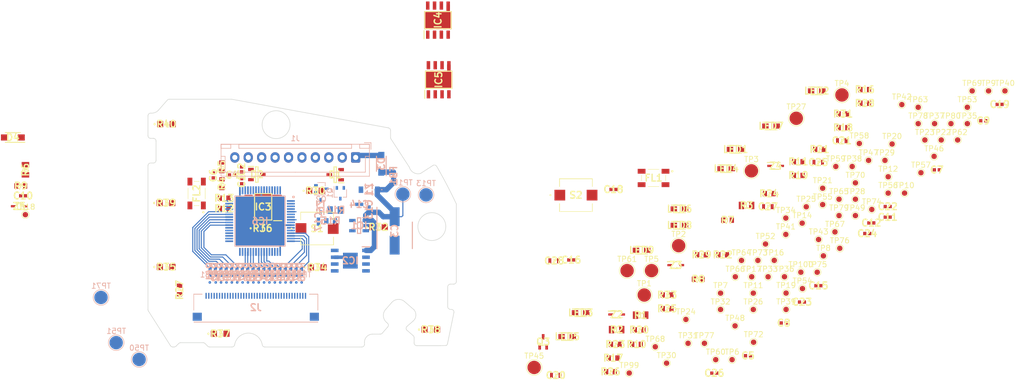
<source format=kicad_pcb>
(kicad_pcb (version 20211014) (generator pcbnew)
  (layers (0 "F.Cu" signal) (1 "In1.Cu" signal) (2 "In2.Cu" signal) (31 "B.Cu" signal) (34 "B.Paste" user) (35 "F.Paste" user) (36 "B.SilkS" user "B.Silkscreen") (37 "F.SilkS" user "F.Silkscreen") (38 "B.Mask" user) (39 "F.Mask" user) (44 "Edge.Cuts" user))
  (net 0 "")
  (net 1 "Net-(C11-Pad1)")
  (net 2 "Net-(C12-Pad2)")
  (net 3 "Net-(C1-Pad1)")
  (net 4 "Net-(C2-Pad2)")
  (net 5 "Net-(IC6-Pad45)")
  (net 6 "Net-(C20-Pad2)")
  (net 7 "Net-(IC6-Pad21)")
  (net 8 "Net-(IC6-Pad20)")
  (net 9 "+5V")
  (net 10 "+5VD")
  (net 11 "+BATT")
  (net 12 "Net-(D4-Pad1)")
  (net 13 "GND")
  (net 14 "Net-(J2-PadMP1)")
  (net 15 "Net-(IC6-Pad23)")
  (net 16 "Net-(IC6-Pad60)")
  (net 17 "Net-(IC6-Pad59)")
  (net 18 "Net-(IC6-Pad58)")
  (net 19 "Net-(C4-Pad1)")
  (net 20 "Net-(C7-Pad1)")
  (net 21 "Net-(C13-Pad2)")
  (net 22 "Net-(Q1-Pad3)")
  (net 23 "Net-(C10-Pad1)")
  (net 24 "Net-(IC3-Pad6)")
  (net 25 "Net-(IC3-Pad5)")
  (net 26 "Net-(IC3-Pad8)")
  (net 27 "Net-(IC3-Pad7)")
  (net 28 "Net-(C17-Pad1)")
  (net 29 "Net-(IC2-Pad4)")
  (net 30 "Net-(IC3-Pad3)")
  (net 31 "Net-(IC3-Pad2)")
  (net 32 "Net-(IC5-Pad1)")
  (net 33 "Net-(IC5-Pad2)")
  (net 34 "Net-(IC4-Pad4)")
  (net 35 "Net-(IC1-Pad4)")
  (net 36 "Net-(IC6-Pad6)")
  (net 37 "Net-(IC5-Pad4)")
  (net 38 "Net-(IC4-Pad2)")
  (net 39 "Net-(IC6-Pad7)")
  (net 40 "Net-(IC4-Pad3)")
  (net 41 "Net-(IC6-Pad19)")
  (net 42 "Net-(IC6-Pad2)")
  (net 43 "Net-(IC6-Pad3)")
  (net 44 "Net-(IC6-Pad4)")
  (net 45 "Net-(IC6-Pad9)")
  (net 46 "Net-(IC6-Pad12)")
  (net 47 "Net-(IC6-Pad18)")
  (net 48 "Net-(IC6-Pad64)")
  (net 49 "Net-(IC6-Pad63)")
  (net 50 "Net-(IC6-Pad62)")
  (net 51 "Net-(IC6-Pad55)")
  (net 52 "Net-(IC6-Pad54)")
  (net 53 "Net-(IC6-Pad53)")
  (net 54 "Net-(IC6-Pad52)")
  (net 55 "Net-(IC6-Pad61)")
  (net 56 "Net-(IC6-Pad51)")
  (net 57 "Net-(Q3-Pad1)")
  (net 58 "Net-(IC6-Pad32)")
  (net 59 "Net-(IC6-Pad38)")
  (net 60 "Net-(LED1-Pad1)")
  (net 61 "Net-(Q3-Pad3)")
  (net 62 "Net-(IC6-Pad37)")
  (net 63 "Net-(IC6-Pad36)")
  (net 64 "Net-(IC6-Pad31)")
  (net 65 "Net-(IC6-Pad35)")
  (net 66 "Net-(IC6-Pad46)")
  (net 67 "Net-(IC6-Pad34)")
  (net 68 "Net-(IC6-Pad33)")
  (net 69 "Net-(R31-Pad1)")
  (net 70 "Net-(LED2-Pad1)")
  (net 71 "Net-(LED3-Pad1)")
  (net 72 "Net-(LED4-Pad1)")
  (net 73 "Net-(LED5-Pad1)")
  (net 74 "Net-(LED6-Pad1)")
  (net 75 "Net-(LED7-Pad1)")
  (net 76 "Net-(LED8-Pad1)")
  (net 77 "Net-(IC6-Pad43)")
  (net 78 "Net-(IC6-Pad41)")
  (net 79 "Net-(IC6-Pad39)")
  (net 80 "Net-(IC6-Pad29)")
  (net 81 "Net-(IC6-Pad27)")
  (net 82 "Net-(IC6-Pad24)")
  (net 83 "Net-(IC6-Pad22)")
  (net 84 "Net-(IC6-Pad15)")
  (net 85 "Net-(IC6-Pad13)")
  (net 86 "Net-(IC6-Pad44)")
  (net 87 "Net-(IC6-Pad42)")
  (net 88 "Net-(IC6-Pad40)")
  (net 89 "Net-(IC6-Pad30)")
  (net 90 "Net-(IC6-Pad28)")
  (net 91 "Net-(IC6-Pad25)")
  (net 92 "Net-(IC6-Pad16)")
  (net 93 "Net-(IC6-Pad14)")
  (net 94 "Net-(LED9-Pad1)")
  (net 95 "Net-(J2-Pad34)")
  (net 96 "Net-(J2-Pad30)")
  (net 97 "Net-(J2-Pad26)")
  (net 98 "Net-(J2-Pad22)")
  (net 99 "Net-(J2-Pad18)")
  (net 100 "Net-(J2-Pad14)")
  (net 101 "Net-(J2-Pad10)")
  (net 102 "Net-(J2-Pad6)")
  (net 103 "Net-(J2-Pad2)")
  (net 104 "Net-(J2-Pad36)")
  (net 105 "Net-(J2-Pad32)")
  (net 106 "Net-(J2-Pad28)")
  (net 107 "Net-(J2-Pad24)")
  (net 108 "Net-(J2-Pad20)")
  (net 109 "Net-(J2-Pad16)")
  (net 110 "Net-(J2-Pad12)")
  (net 111 "Net-(J2-Pad8)")
  (net 112 "Net-(J2-Pad4)")
  (net 113 "Net-(J2-PadMP2)")
  (net 114 "Net-(Q1-Pad1)")
  (net 115 "Net-(D3-Pad2)")
  (net 116 "Net-(D4-Pad2)")
  (net 119 "Net-(C19-Pad1)")
  (net 120 "Net-(C15-Pad1)")
  (net 121 "Net-(IC4-Pad1)")
  (net 122 "Net-(D3-Pad1)")
  (net 125 "Net-(C8-Pad2)")
  (net 126 "Net-(J1-Pad7)")
  (net 127 "Net-(J1-Pad5)")
  (net 128 "Net-(J1-Pad6)")
  (footprint "SamacSys_Parts:CAPC1005X55N" (layer "F.Cu") (at 224.28 132.21)
    (fp_text reference "C26")
    (fp_text value "GCM155R71H104KE02D" hide)
  )
  (footprint "SamacSys_Parts:SODFL3918X140N" (layer "F.Cu") (at 93.69 88.28 180)
    (fp_text reference "D4")
    (fp_text value "M1F60-6063" hide)
  )
  (footprint "TestPoint:TestPoint_Pad_D1.0mm" (layer "F.Cu") (at 271.4 85.7)
    (fp_text reference "TP35")
    (fp_text value "TestPoint")
  )
  (footprint "TestPoint:TestPoint_Pad_D2.5mm" (layer "F.Cu") (at 208.05 113.1)
    (fp_text reference "TP61")
    (fp_text value "TestPoint")
  )
  (footprint "TestPoint:TestPoint_Pad_D1.0mm" (layer "F.Cu") (at 213.3 127.3)
    (fp_text reference "TP68")
    (fp_text value "TestPoint")
  )
  (footprint "SamacSys_Parts:CAPC1005X55N" (layer "F.Cu") (at 136.27 94.23 90)
    (fp_text reference "C2")
    (fp_text value "GCM155R71H104KE02D" hide)
  )
  (footprint "SamacSys_Parts:RESC1608X55N" (layer "F.Cu") (at 210.3 124.15)
    (fp_text reference "R20")
    (fp_text value "RMC16K102FTP" hide)
  )
  (footprint "TestPoint:TestPoint_Pad_D1.0mm" (layer "F.Cu") (at 250.56 102.84)
    (fp_text reference "TP49")
    (fp_text value "TestPoint")
  )
  (footprint "SamacSys_Parts:RESC1608X55N" (layer "F.Cu") (at 215.5 120.2)
    (fp_text reference "R25")
    (fp_text value "RMC16K270FTP" hide)
  )
  (footprint "TestPoint:TestPoint_Pad_D1.0mm" (layer "F.Cu") (at 266.54 88.75)
    (fp_text reference "TP22")
    (fp_text value "TestPoint")
  )
  (footprint "SamacSys_Parts:CAPC1005X55N" (layer "F.Cu") (at 240.61 118.96)
    (fp_text reference "C23")
    (fp_text value "GCM155R71H104KE02D" hide)
  )
  (footprint "SamacSys_Parts:SSM3K7002CFULF" (layer "F.Cu") (at 192.425 126.375)
    (fp_text reference "Q3")
    (fp_text value "SSM3K7002KFU,LF" hide)
  )
  (footprint "SamacSys_Parts:CAPC1005X55N" (layer "F.Cu") (at 136.28 96.43 90)
    (fp_text reference "C1")
    (fp_text value "GCM155R71H104KE02D" hide)
  )
  (footprint "TestPoint:TestPoint_Pad_D1.0mm" (layer "F.Cu") (at 262.76 94.85)
    (fp_text reference "TP57")
    (fp_text value "TestPoint")
  )
  (footprint "TestPoint:TestPoint_Pad_D1.0mm" (layer "F.Cu") (at 257.39 89.5)
    (fp_text reference "TP20")
    (fp_text value "TestPoint")
  )
  (footprint "TestPoint:TestPoint_Pad_D1.0mm" (layer "F.Cu") (at 228.15 123.4)
    (fp_text reference "TP48")
    (fp_text value "TestPoint")
  )
  (footprint "SamacSys_Parts:RESC2012X65N" (layer "F.Cu") (at 96.03 94.3 -90)
    (fp_text reference "R6")
    (fp_text value "RMC1/10K683FTP83" hide)
  )
  (footprint "SamacSys_Parts:RESC2012X65N" (layer "F.Cu") (at 206.1 124.1)
    (fp_text reference "R2")
    (fp_text value "RMC1/10K683FTP83" hide)
  )
  (footprint "TestPoint:TestPoint_Pad_D1.0mm" (layer "F.Cu") (at 265.21 91.8)
    (fp_text reference "TP46")
    (fp_text value "TestPoint")
  )
  (footprint "SamacSys_Parts:LEDM2214X140N" (layer "F.Cu") (at 199.4 120.95)
    (fp_text reference "LED3")
    (fp_text value "VLMR233T2V2-GS08" hide)
  )
  (footprint "SamacSys_Parts:RESC1608X55N" (layer "F.Cu") (at 225.85 110.15)
    (fp_text reference "R22")
    (fp_text value "RMC16K270FTP" hide)
  )
  (footprint "SamacSys_Parts:ERJ6ENF1000V" (layer "F.Cu") (at 122.285 85.79)
    (fp_text reference "R40")
    (fp_text value "ERJ-6ENF1502V" hide)
  )
  (footprint "TestPoint:TestPoint_Pad_D1.0mm" (layer "F.Cu") (at 237.35 114.24)
    (fp_text reference "TP36")
    (fp_text value "TestPoint")
  )
  (footprint "TestPoint:TestPoint_Pad_D1.0mm" (layer "F.Cu") (at 233.82 108.14)
    (fp_text reference "TP52")
    (fp_text value "TestPoint")
  )
  (footprint "SamacSys_Parts:CAPC1005X55N" (layer "F.Cu") (at 243.66 115.91)
    (fp_text reference "C15")
    (fp_text value "GCM155R71H104KE02D" hide)
  )
  (footprint "SamacSys_Parts:CAPC1005X55N" (layer "F.Cu") (at 274.36 85.16)
    (fp_text reference "C9")
    (fp_text value "GCM155R71H104KE02D" hide)
  )
  (footprint "SamacSys_Parts:SOIC127P600X175-8N" (layer "F.Cu") (at 172.835 66.4 90)
    (fp_text reference "IC4")
    (fp_text value "SN65LBC176QDRG4Q1" hide)
  )
  (footprint "TestPoint:TestPoint_Pad_D1.0mm" (layer "F.Cu") (at 272.3 79.6)
    (fp_text reference "TP69")
    (fp_text value "TestPoint")
  )
  (footprint "TestPoint:TestPoint_Pad_D1.0mm" (layer "F.Cu") (at 240.7 116.45)
    (fp_text reference "TP54")
    (fp_text value "TestPoint")
  )
  (footprint "SamacSys_Parts:SOIC127P600X175-8N" (layer "F.Cu") (at 172.965 77.52 90)
    (fp_text reference "IC5")
    (fp_text value "SN65LBC176QDRG4Q1" hide)
  )
  (footprint "SamacSys_Parts:LEDM2214X140N" (layer "F.Cu") (at 210.75 109.3)
    (fp_text reference "LED9")
    (fp_text value "VLMR233T2V2-GS08" hide)
  )
  (footprint "TestPoint:TestPoint_Pad_D1.0mm" (layer "F.Cu") (at 243.45 113.4)
    (fp_text reference "TP75")
    (fp_text value "TestPoint")
  )
  (footprint "SamacSys_Parts:RESC1608X55N" (layer "F.Cu") (at 205.85 126.85)
    (fp_text reference "R23")
    (fp_text value "RMC16K270FTP" hide)
  )
  (footprint "SamacSys_Parts:LEDM2214X140N" (layer "F.Cu") (at 243.35 79.6)
    (fp_text reference "LED2")
    (fp_text value "VLMR233T2V2-GS08" hide)
  )
  (footprint "SamacSys_Parts:RESC1608X55N" (layer "F.Cu") (at 248.25 83.9)
    (fp_text reference "R31")
    (fp_text value "RMC1/16SK103FTH43" hide)
  )
  (footprint "SamacSys_Parts:CAPC1608X90N" (layer "F.Cu") (at 243.64 92.92)
    (fp_text reference "C25")
    (fp_text value "CGA3E2X5R1A105M080AA" hide)
  )
  (footprint "SamacSys_Parts:RESC1608X55N" (layer "F.Cu") (at 252.3 79.35)
    (fp_text reference "R16")
    (fp_text value "RMC16K270FTP" hide)
  )
  (footprint "TestPoint:TestPoint_Pad_D1.0mm" (layer "F.Cu") (at 269.59 88.75)
    (fp_text reference "TP62")
    (fp_text value "TestPoint")
  )
  (footprint "TestPoint:TestPoint_Pad_D1.0mm" (layer "F.Cu") (at 228.2 114.25)
    (fp_text reference "TP66")
    (fp_text value "TestPoint")
  )
  (footprint "TestPoint:TestPoint_Pad_D1.0mm" (layer "F.Cu") (at 224.55 129.7)
    (fp_text reference "TP60")
    (fp_text value "TestPoint")
  )
  (footprint "TestPoint:TestPoint_Pad_D1.0mm" (layer "F.Cu") (at 225.45 117.3)
    (fp_text reference "TP7")
    (fp_text value "TestPoint")
  )
  (footprint "TestPoint:TestPoint_Pad_D1.0mm" (layer "F.Cu") (at 96.02 102.67)
    (fp_text reference "TP18")
    (fp_text value "TestPoint")
  )
  (footprint "TestPoint:TestPoint_Pad_D1.0mm" (layer "F.Cu") (at 244.6 110.35)
    (fp_text reference "TP8")
    (fp_text value "TestPoint")
  )
  (footprint "SamacSys_Parts:RESC1608X55N" (layer "F.Cu") (at 221.3 114.7)
    (fp_text reference "R8")
    (fp_text value "RMC1/16SK60R4FTH" hide)
  )
  (footprint "TestPoint:TestPoint_Pad_D1.0mm" (layer "F.Cu") (at 278.4 79.6)
    (fp_text reference "TP40")
    (fp_text value "TestPoint")
  )
  (footprint "SamacSys_Parts:CAPC1005X55N" (layer "F.Cu") (at 197.65 111.11)
    (fp_text reference "C16")
    (fp_text value "GCM155R71H104KE02D" hide)
  )
  (footprint "SamacSys_Parts:ERJ6ENF1000V" (layer "F.Cu") (at 171.505 124.09)
    (fp_text reference "R38")
    (fp_text value "ERJ-6ENF1502V" hide)
  )
  (footprint "SamacSys_Parts:RESC1608X55N" (layer "F.Cu") (at 133.03 99.6)
    (fp_text reference "R13")
    (fp_text value "RMC16K270FTP" hide)
  )
  (footprint "SamacSys_Parts:DLW43SH110XK2K" (layer "F.Cu") (at 127.905 98.725 -90)
    (fp_text reference "FL2")
    (fp_text value "DLW43SH510XK2L" hide)
  )
  (footprint "SamacSys_Parts:SOT95P230X110-3N" (layer "F.Cu") (at 139.115 95.19)
    (fp_text reference "D2")
    (fp_text value "PESD5V0L2BT,215" hide)
  )
  (footprint "TestPoint:TestPoint_Pad_D1.0mm" (layer "F.Cu") (at 227.6 129.7)
    (fp_text reference "TP6")
    (fp_text value "TestPoint")
  )
  (footprint "SamacSys_Parts:CAPC1608X90N" (layer "F.Cu") (at 194.77 132.62)
    (fp_text reference "C20")
    (fp_text value "CL10B104JB8NNNC" hide)
  )
  (footprint "SamacSys_Parts:RESC1608X55N" (layer "F.Cu") (at 205.45 129.4)
    (fp_text reference "R17")
    (fp_text value "RMC16K270FTP" hide)
  )
  (footprint "SamacSys_Parts:RESC1608X55N" (layer "F.Cu") (at 221.9 110.15)
    (fp_text reference "R29")
    (fp_text value "RMC1/16SK103FTH43" hide)
  )
  (footprint "TestPoint:TestPoint_Pad_D1.0mm" (layer "F.Cu") (at 265.3 85.7)
    (fp_text reference "TP37")
    (fp_text value "TestPoint")
  )
  (footprint "SamacSys_Parts:LEDM2214X140N" (layer "F.Cu") (at 217.8 104.65)
    (fp_text reference "LED8")
    (fp_text value "VLMR233T2V2-GS08" hide)
  )
  (footprint "SamacSys_Parts:CAPC1005X55N" (layer "F.Cu") (at 277.41 82.11)
    (fp_text reference "C19")
    (fp_text value "GCM155L81E103KA37D" hide)
  )
  (footprint "TestPoint:TestPoint_Pad_D1.0mm" (layer "F.Cu") (at 247.51 102.84)
    (fp_text reference "TP79")
    (fp_text value "TestPoint")
  )
  (footprint "TestPoint:TestPoint_Pad_D1.0mm" (layer "F.Cu") (at 275.35 79.6)
    (fp_text reference "TP9")
    (fp_text value "TestPoint")
  )
  (footprint "TestPoint:TestPoint_Pad_D1.0mm" (layer "F.Cu") (at 219 122.2)
    (fp_text reference "TP24")
    (fp_text value "TestPoint")
  )
  (footprint "SamacSys_Parts:ERJ6ENF1000V" (layer "F.Cu") (at 161.755 105)
    (fp_text reference "R32")
    (fp_text value "ERJ-6ENF1502V" hide)
  )
  (footprint "TestPoint:TestPoint_Pad_D1.0mm" (layer "F.Cu") (at 234.3 114.25)
    (fp_text reference "TP33")
    (fp_text value "TestPoint")
  )
  (footprint "SamacSys_Parts:CAPC1608X90N" (layer "F.Cu") (at 234.26 101.17)
    (fp_text reference "C27")
    (fp_text value "CGA3E2X5R1A105M080AA" hide)
  )
  (footprint "TestPoint:TestPoint_Pad_D1.0mm" (layer "F.Cu") (at 262.25 82.65)
    (fp_text reference "TP63")
    (fp_text value "TestPoint")
  )
  (footprint "TestPoint:TestPoint_Pad_D1.0mm" (layer "F.Cu") (at 262.25 85.7)
    (fp_text reference "TP78")
    (fp_text value "TestPoint")
  )
  (footprint "SamacSys_Parts:LEDM2214X140N" (layer "F.Cu") (at 226.5 94.1)
    (fp_text reference "LED4")
    (fp_text value "VLMR233T2V2-GS08" hide)
  )
  (footprint "SamacSys_Parts:SODFL2512X90N" (layer "F.Cu") (at 94.88 101.095 180)
    (fp_text reference "Z5")
    (fp_text value "UDZVFHTE5.6B" hide)
  )
  (footprint "TestPoint:TestPoint_Pad_D1.0mm" (layer "F.Cu") (at 253.61 101.7)
    (fp_text reference "TP74")
    (fp_text value "TestPoint")
  )
  (footprint "TestPoint:TestPoint_Pad_D2.5mm" (layer "F.Cu") (at 190.75 131.15)
    (fp_text reference "TP45")
    (fp_text value "TestPoint")
  )
  (footprint "TestPoint:TestPoint_Pad_D2.5mm" (layer "F.Cu") (at 211.25 117.65)
    (fp_text reference "TP1")
    (fp_text value "TestPoint")
  )
  (footprint "TestPoint:TestPoint_Pad_D1.0mm" (layer "F.Cu") (at 243.7 107.3)
    (fp_text reference "TP43")
    (fp_text value "TestPoint")
  )
  (footprint "TestPoint:TestPoint_Pad_D1.0mm" (layer "F.Cu") (at 235.45 111.19)
    (fp_text reference "TP16")
    (fp_text value "TestPoint")
  )
  (footprint "TestPoint:TestPoint_Pad_D1.0mm" (layer "F.Cu") (at 231.25 114.25)
    (fp_text reference "TP17")
    (fp_text value "TestPoint")
  )
  (footprint "SamacSys_Parts:RESC1608X55N" (layer "F.Cu") (at 215.5 117.65)
    (fp_text reference "R33")
    (fp_text value "RMC1/16SK103FTH43" hide)
  )
  (footprint "SamacSys_Parts:CAPC1005X55N" (layer "F.Cu") (at 237.21 122.86)
    (fp_text reference "C8")
    (fp_text value "GCM155R71H104KE02D" hide)
  )
  (footprint "SamacSys_Parts:SODFL2512X90N" (layer "F.Cu") (at 206.11 121.275)
    (fp_text reference "Z2")
    (fp_text value "UDZVFHTE5.6B" hide)
  )
  (footprint "TestPoint:TestPoint_Pad_D1.0mm" (layer "F.Cu") (at 219.4 126.65)
    (fp_text reference "TP31")
    (fp_text value "TestPoint")
  )
  (footprint "TestPoint:TestPoint_Pad_D1.0mm" (layer "F.Cu") (at 271.4 82.65)
    (fp_text reference "TP53")
    (fp_text value "TestPoint")
  )
  (footprint "TestPoint:TestPoint_Pad_D1.0mm" (layer "F.Cu") (at 263.49 88.75)
    (fp_text reference "TP23")
    (fp_text value "TestPoint")
  )
  (footprint "SamacSys_Parts:CAPC1608X90N" (layer "F.Cu") (at 194.47 111.27)
    (fp_text reference "C28")
    (fp_text value "CGA3E2X5R1A105M080AA" hide)
  )
  (footprint "SamacSys_Parts:CAPC1005X55N" (layer "F.Cu") (at 95.59 99.15 180)
    (fp_text reference "C10")
    (fp_text value "GRM155R71C104KA88D" hide)
  )
  (footprint "TestPoint:TestPoint_Pad_D1.0mm" (layer "F.Cu") (at 250.56 99.79)
    (fp_text reference "TP28")
    (fp_text value "TestPoint")
  )
  (footprint "SamacSys_Parts:SOT95P230X110-3N" (layer "F.Cu") (at 153.705 95.22 180)
    (fp_text reference "D1")
    (fp_text value "PESD5V0L2BT,215" hide)
  )
  (footprint "TestPoint:TestPoint_Pad_D1.0mm" (layer "F.Cu") (at 237.6 103.3)
    (fp_text reference "TP34")
    (fp_text value "TestPoint")
  )
  (footprint "TestPoint:TestPoint_Pad_D1.0mm" (layer "F.Cu") (at 225.45 120.35)
    (fp_text reference "TP32")
    (fp_text value "TestPoint")
  )
  (footprint "SamacSys_Parts:RESC2012X65N" (layer "F.Cu") (at 230.29 100.95)
    (fp_text reference "R3")
    (fp_text value "RMC1/10K683FTP83" hide)
  )
  (footprint "SamacSys_Parts:RESC1608X55N" (layer "F.Cu") (at 133.05 101.52)
    (fp_text reference "R12")
    (fp_text value "RMC16K270FTP" hide)
  )
  (footprint "SamacSys_Parts:ERJ6ENF1000V" (layer "F.Cu") (at 140.165 105.21)
    (fp_text reference "R36")
    (fp_text value "ERJ-6ENF1502V" hide)
  )
  (footprint "TestPoint:TestPoint_Pad_D1.0mm" (layer "F.Cu") (at 251.29 89.4)
    (fp_text reference "TP58")
    (fp_text value "TestPoint")
  )
  (footprint "TestPoint:TestPoint_Pad_D1.0mm" (layer "F.Cu") (at 247.51 99.79)
    (fp_text reference "TP65")
    (fp_text value "TestPoint")
  )
  (footprint "TestPoint:TestPoint_Pad_D1.0mm" (layer "F.Cu") (at 237.6 106.35)
    (fp_text reference "TP41")
    (fp_text value "TestPoint")
  )
  (footprint "SamacSys_Parts:LEDM2214X140N" (layer "F.Cu") (at 228.25 90.5)
    (fp_text reference "LED1")
    (fp_text value "VLMR233T2V2-GS08" hide)
  )
  (footprint "TestPoint:TestPoint_Pad_D1.0mm" (layer "F.Cu") (at 256.06 92.55)
    (fp_text reference "TP29")
    (fp_text value "TestPoint")
  )
  (footprint "SamacSys_Parts:ERJ6ENF1000V" (layer "F.Cu") (at 122.195 100.5)
    (fp_text reference "R39")
    (fp_text value "ERJ-6ENF1502V" hide)
  )
  (footprint "SamacSys_Parts:SODFL2512X90N" (layer "F.Cu") (at 235.71 93.575)
    (fp_text reference "Z4")
    (fp_text value "UDZVFHTE5.6B" hide)
  )
  (footprint "TestPoint:TestPoint_Pad_D1.0mm" (layer "F.Cu") (at 237.65 120.34)
    (fp_text reference "TP39")
    (fp_text value "TestPoint")
  )
  (footprint "SamacSys_Parts:SKTRAEE010" (layer "F.Cu") (at 198.525 99.025)
    (fp_text reference "S2")
    (fp_text value "SKTRAEE010" hide)
  )
  (footprint "SamacSys_Parts:LEDM2214X140N" (layer "F.Cu") (at 234.85 86.15)
    (fp_text reference "LED7")
    (fp_text value "VLMR233T2V2-GS08" hide)
  )
  (footprint "SamacSys_Parts:LEDM2214X140N" (layer "F.Cu") (at 196.9 125.4)
    (fp_text reference "LED5")
    (fp_text value "VLMR233T2V2-GS08" hide)
  )
  (footprint "TestPoint:TestPoint_Pad_D1.0mm" (layer "F.Cu") (at 208.45 132.2)
    (fp_text reference "TP99")
    (fp_text value "TestPoint")
  )
  (footprint "TestPoint:TestPoint_Pad_D1.0mm" (layer "F.Cu") (at 215.4 130.35)
    (fp_text reference "TP30")
    (fp_text value "TestPoint")
  )
  (footprint "TestPoint:TestPoint_Pad_D1.0mm" (layer "F.Cu") (at 244.46 97.74)
    (fp_text reference "TP21")
    (fp_text value "TestPoint")
  )
  (footprint "SamacSys_Parts:CAPC1005X55N" (layer "F.Cu") (at 230.56 128.96)
    (fp_text reference "C5")
    (fp_text value "GCM155R71H104KE02D" hide)
  )
  (footprint "SamacSys_Parts:RESC1608X55N" (layer "F.Cu") (at 248.25 86.45)
    (fp_text reference "R18")
    (fp_text value "RMC16K270FTP" hide)
  )
  (footprint "SamacSys_Parts:RESC1608X55N" (layer "F.Cu") (at 204.95 131.95)
    (fp_text reference "R26")
    (fp_text value "RMC16K270FTP" hide)
  )
  (footprint "TestPoint:TestPoint_Pad_D1.0mm" (layer "F.Cu") (at 231.55 120.35)
    (fp_text reference "TP26")
    (fp_text value "TestPoint")
  )
  (footprint "SamacSys_Parts:SOIC127P600X175-8N" (layer "F.Cu") (at 140.285 101.21 180)
    (fp_text reference "IC3")
    (fp_text value "SN65LBC179AD" hide)
  )
  (footprint "SamacSys_Parts:CAPC1005X55N" (layer "F.Cu") (at 253.52 104.21)
    (fp_text reference "C12")
    (fp_text value "GCM155R71H104KE02D" hide)
  )
  (footprint "SamacSys_Parts:RESC1608X55N" (layer "F.Cu") (at 243.87 90.5)
    (fp_text reference "R21")
    (fp_text value "RMC16K270FTP" hide)
  )
  (footprint "SamacSys_Parts:CAPC1005X55N" (layer "F.Cu") (at 205.51 97.96)
    (fp_text reference "C18")
    (fp_text value "GCM155R71H104KE02D" hide)
  )
  (footprint "TestPoint:TestPoint_Pad_D1.0mm" (layer "F.Cu") (at 246.91 93.69)
    (fp_text reference "TP59")
    (fp_text value "TestPoint")
  )
  (footprint "SamacSys_Parts:CAPC1005X55N" (layer "F.Cu") (at 265.72 94.31)
    (fp_text reference "C7")
    (fp_text value "GCM155R71H104KE02D" hide)
  )
  (footprint "SamacSys_Parts:CAPC1005X55N" (layer "F.Cu") (at 134.49 95.27)
    (fp_text reference "C4")
    (fp_text value "GCM155R71H104KE02D" hide)
  )
  (footprint "SamacSys_Parts:CAPC1005X55N" (layer "F.Cu") (at 252.76 106.18)
    (fp_text reference "C24")
    (fp_text value "GCM155R71H104KE02D" hide)
  )
  (footprint "TestPoint:TestPoint_Pad_D2.5mm" (layer "F.Cu") (at 248.05 80.35)
    (fp_text reference "TP4")
    (fp_text value "TestPoint")
  )
  (footprint "TestPoint:TestPoint_Pad_D2.5mm" (layer "F.Cu") (at 231.2 94.5)
    (fp_text reference "TP3")
    (fp_text value "TestPoint")
  )
  (footprint "TestPoint:TestPoint_Pad_D1.0mm" (layer "F.Cu") (at 222.45 126.65)
    (fp_text reference "TP77")
    (fp_text value "TestPoint")
  )
  (footprint "SamacSys_Parts:RESC1608X55N" (layer "F.Cu") (at 226.75 103.7)
    (fp_text reference "R7")
    (fp_text value "RMC1/16SK60R4FTH" hide)
  )
  (footprint "TestPoint:TestPoint_Pad_D1.0mm" (layer "F.Cu") (at 232.4 111.2)
    (fp_text reference "TP73")
    (fp_text value "TestPoint")
  )
  (footprint "SamacSys_Parts:RESC2012X65N" (layer "F.Cu") (at 210.57 121.4)
    (fp_text reference "R1")
    (fp_text value "RMC1/10K683FTP83" hide)
  )
  (footprint "TestPoint:TestPoint_Pad_D1.0mm" (layer "F.Cu") (at 247.65 108.94)
    (fp_text reference "TP76")
    (fp_text value "TestPoint")
  )
  (footprint "SamacSys_Parts:CAPC1005X55N" (layer "F.Cu") (at 256.57 103.13)
    (fp_text reference "C11")
    (fp_text value "GCM155R71H104KE02D" hide)
  )
  (footprint "TestPoint:TestPoint_Pad_D1.0mm" (layer "F.Cu") (at 256.66 98.65)
    (fp_text reference "TP56")
    (fp_text value "TestPoint")
  )
  (footprint "SamacSys_Parts:ERJ6ENF1000V" (layer "F.Cu") (at 122.235 112.43)
    (fp_text reference "R35")
    (fp_text value "ERJ-6ENF1502V" hide)
  )
  (footprint "TestPoint:TestPoint_Pad_D1.0mm" (layer "F.Cu") (at 249.96 93.69)
    (fp_text reference "TP38")
    (fp_text value "TestPoint")
  )
  (footprint "SamacSys_Parts:CAPC1005X55N" (layer "F.Cu") (at 131 95.35 90)
    (fp_text reference "C6")
    (fp_text value "GCM155R71H104KE02D" hide)
  )
  (footprint "SamacSys_Parts:ERJ6ENF1000V" (layer "F.Cu") (at 150.355 112.5)
    (fp_text reference "R34")
    (fp_text value "ERJ-6ENF1502V" hide)
  )
  (footprint "SamacSys_Parts:RESC1608X55N" (layer "F.Cu") (at 234.51 98.75)
    (fp_text reference "R24")
    (fp_text value "RMC16K270FTP" hide)
  )
  (footprint "TestPoint:TestPoint_Pad_D2.5mm" (layer "F.Cu") (at 217.65 108.45)
    (fp_text reference "TP2")
    (fp_text value "TestPoint")
  )
  (footprint "SamacSys_Parts:RESC1608X55N" (layer "F.Cu") (at 252.3 81.9)
    (fp_text reference "R28")
    (fp_text value "RMC1/16SK103FTH43" hide)
  )
  (footprint "SamacSys_Parts:RESC1608X55N" (layer "F.Cu") (at 239.92 95.35)
    (fp_text reference "R19")
    (fp_text value "RMC16K270FTP" hide)
  )
  (footprint "SamacSys_Parts:LEDM2214X140N" (layer "F.Cu") (at 217.8 101.6)
    (fp_text reference "LED6")
    (fp_text value "VLMR233T2V2-GS08" hide)
  )
  (footprint "TestPoint:TestPoint_Pad_D1.0mm" (layer "F.Cu") (at 229.35 111.2)
    (fp_text reference "TP64")
    (fp_text value "TestPoint")
  )
  (footprint "SamacSys_Parts:RESC1608X55N" (layer "F.Cu") (at 132.61 96.9 90)
    (fp_text reference "R4")
    (fp_text value "RMC1/16SK60R4FTH" hide)
  )
  (footprint "TestPoint:TestPoint_Pad_D1.0mm" (layer "F.Cu") (at 259.71 98.65)
    (fp_text reference "TP10")
    (fp_text value "TestPoint")
  )
  (footprint "SamacSys_Parts:ERJ6ENF1000V" (layer "F.Cu") (at 150.035 98.21)
    (fp_text reference "R30")
    (fp_text value "ERJ-6ENF1502V" hide)
  )
  (footprint "SamacSys_Parts:DLW43SH110XK2K" (layer "F.Cu") (at 212.975 95.825)
    (fp_text reference "FL1")
    (fp_text value "DLW43SH510XK2L" hide)
  )
  (footprint "TestPoint:TestPoint_Pad_D1.0mm" (layer "F.Cu") (at 253.01 92.55)
    (fp_text reference "TP47")
    (fp_text value "TestPoint")
  )
  (footprint "TestPoint:TestPoint_Pad_D1.0mm" (layer "F.Cu") (at 231.6 126.45)
    (fp_text reference "TP72")
    (fp_text value "TestPoint")
  )
  (footprint "SamacSys_Parts:RESC1608X55N" (layer "F.Cu") (at 239.92 92.8)
    (fp_text reference "R11")
    (fp_text value "RMC16K270FTP" hide)
  )
  (footprint "SamacSys_Parts:RESC1608X55N" (layer "F.Cu") (at 124.73 116.71 -90)
    (fp_text reference "R27")
    (fp_text value "RMC16K270FTP" hide)
  )
  (footprint "TestPoint:TestPoint_Pad_D1.0mm" (layer "F.Cu") (at 268.35 85.7)
    (fp_text reference "TP80")
    (fp_text value "TestPoint")
  )
  (footprint "TestPoint:TestPoint_Pad_D2.5mm" (layer "F.Cu") (at 212.6 113.1)
    (fp_text reference "TP5")
    (fp_text value "TestPoint")
  )
  (footprint "SamacSys_Parts:RESC1608X55N" (layer "F.Cu") (at 132.6 93.74 90)
    (fp_text reference "R5")
    (fp_text value "RMC1/16SK60R4FTH" hide)
  )
  (footprint "TestPoint:TestPoint_Pad_D1.0mm" (layer "F.Cu") (at 237.65 117.29)
    (fp_text reference "TP19")
    (fp_text value "TestPoint")
  )
  (footprint "TestPoint:TestPoint_Pad_D1.0mm" (layer "F.Cu") (at 250.56 96.74)
    (fp_text reference "TP70")
    (fp_text value "TestPoint")
  )
  (footprint "SamacSys_Parts:CAPC1608X90N" (layer "F.Cu") (at 248.02 88.87)
    (fp_text reference "C21")
    (fp_text value "CGA3E2X5R1A105M080AA" hide)
  )
  (footprint "TestPoint:TestPoint_Pad_D1.0mm" (layer "F.Cu") (at 244.46 100.79)
    (fp_text reference "TP55")
    (fp_text value "TestPoint")
  )
  (footprint "SamacSys_Parts:ERJ6ENF1000V" (layer "F.Cu") (at 132.295 124.87)
    (fp_text reference "R37")
    (fp_text value "ERJ-6ENF1502V" hide)
  )
  (footprint "SamacSys_Parts:SKTRAEE010" (layer "F.Cu") (at 150.335 105.255)
    (fp_text reference "S1")
    (fp_text value "SKTRAEE010" hide)
  )
  (footprint "TestPoint:TestPoint_Pad_D1.0mm" (layer "F.Cu") (at 246.75 105.89)
    (fp_text reference "TP67")
    (fp_text value "TestPoint")
  )
  (footprint "TestPoint:TestPoint_Pad_D1.0mm" (layer "F.Cu") (at 259.2 82.15)
    (fp_text reference "TP42")
    (fp_text value "TestPoint")
  )
  (footprint "TestPoint:TestPoint_Pad_D1.0mm" (layer "F.Cu") (at 240.65 104.25)
    (fp_text reference "TP14")
    (fp_text value "TestPoint")
  )
  (footprint "TestPoint:TestPoint_Pad_D1.0mm" (layer "F.Cu") (at 256.66 95.6)
    (fp_text reference "TP12")
    (fp_text value "TestPoint")
  )
  (footprint "SamacSys_Parts:RESC1608X55N" (layer "F.Cu") (at 209.8 126.85)
    (fp_text reference "R10")
    (fp_text value "RMC16K270FTP" hide)
  )
  (footprint "SamacSys_Parts:CAPC1005X55N" (layer "F.Cu") (at 256.57 101.16)
    (fp_text reference "C22")
    (fp_text value "GCM155R71H104KE02D" hide)
  )
  (footprint "TestPoint:TestPoint_Pad_D2.5mm" (layer "F.Cu") (at 239.55 84.7)
    (fp_text reference "TP27")
    (fp_text value "TestPoint")
  )
  (footprint "SamacSys_Parts:SODFL2512X90N" (layer "F.Cu") (at 217.11 112.075)
    (fp_text reference "Z3")
    (fp_text value "UDZVFHTE5.6B" hide)
  )
  (footprint "TestPoint:TestPoint_Pad_D1.0mm" (layer "F.Cu") (at 241.41 101.2)
    (fp_text reference "TP25")
    (fp_text value "TestPoint")
  )
  (footprint "SamacSys_Parts:RESC1608X55N" (layer "F.Cu") (at 95.16 97.32)
    (fp_text reference "R9")
    (fp_text value "RMC1/16SK103FTH43" hide)
  )
  (footprint "TestPoint:TestPoint_Pad_D1.0mm" (layer "F.Cu") (at 231.55 117.3)
    (fp_text reference "TP11")
    (fp_text value "TestPoint")
  )
  (footprint "TestPoint:TestPoint_Pad_D1.0mm" (layer "F.Cu") (at 240.4 113.4)
    (fp_text reference "TP100")
    (fp_text value "TestPoint")
  )
  (footprint "SamacSys_Parts:TestPoint_Pad_D0.5mm" (layer "B.Cu") (at 135.46 115.3 180)
    (fp_text reference "TP86")
    (fp_text value "TestPoint")
  )
  (footprint "SamacSys_Parts:RESC1005X40N" (layer "B.Cu") (at 135.415 113.35 -90)
    (fp_text reference "R46")
    (fp_text value "ERJ-2GEJ561X" hide)
  )
  (footprint "SamacSys_Parts:CAPC1005X55N" (layer "B.Cu") (at 160.009994 101.69 90)
    (fp_text reference "C13")
    (fp_text value "GCM155R71H104KE02D" hide)
  )
  (footprint "SamacSys_Parts:TestPoint_Pad_D0.5mm" (layer "B.Cu") (at 137.46 115.3 180)
    (fp_text reference "TP88")
    (fp_text value "TestPoint")
  )
  (footprint "SamacSys_Parts:KDZVTR36B" (layer "B.Cu") (at 160.024994 98.015 90)
    (fp_text reference "Z1")
    (fp_text value "KDZVTR36B" hide)
  )
  (footprint "SamacSys_Parts:RESC1005X40N" (layer "B.Cu") (at 134.415 113.35 -90)
    (fp_text reference "R45")
    (fp_text value "ERJ-2GEJ561X" hide)
  )
  (footprint "SamacSys_Parts:SODFL3918X140N" (layer "B.Cu") (at 162.289994 93.18 90)
    (fp_text reference "D3")
    (fp_text value "M1F60-6063" hide)
  )
  (footprint "TestPoint:TestPoint_Pad_D2.5mm" (layer "B.Cu") (at 117.2 129.66 180)
    (fp_text reference "TP50")
    (fp_text value "TestPoint")
  )
  (footprint "SamacSys_Parts:RESC1005X40N" (layer "B.Cu") (at 136.415 113.35 -90)
    (fp_text reference "R47")
    (fp_text value "ERJ-2GEJ561X" hide)
  )
  (footprint "SamacSys_Parts:TestPoint_Pad_D0.5mm" (layer "B.Cu") (at 147.46 115.3 180)
    (fp_text reference "TP97")
    (fp_text value "TestPoint")
  )
  (footprint "TestPoint:TestPoint_Pad_D2.5mm" (layer "B.Cu") (at 110.1 118.1 180)
    (fp_text reference "TP71")
    (fp_text value "TestPoint")
  )
  (footprint "SamacSys_Parts:RESC1005X40N" (layer "B.Cu") (at 144.415 113.35 -90)
    (fp_text reference "R55")
    (fp_text value "ERJ-2GEJ561X" hide)
  )
  (footprint "SamacSys_Parts:TestPoint_Pad_D0.5mm" (layer "B.Cu") (at 140.46 115.3 180)
    (fp_text reference "TP91")
    (fp_text value "TestPoint")
  )
  (footprint "SamacSys_Parts:SOIC127P620X160-9N" (layer "B.Cu") (at 156.525004 111.239996 180)
    (fp_text reference "IC2")
    (fp_text value "R5112S121B-E2-KE" hide)
  )
  (footprint "SamacSys_Parts:RESC1005X40N" (layer "B.Cu") (at 132.415 113.35 -90)
    (fp_text reference "R43")
    (fp_text value "ERJ-2GEJ561X" hide)
  )
  (footprint "SamacSys_Parts:TestPoint_Pad_D0.5mm" (layer "B.Cu") (at 143.46 115.3 180)
    (fp_text reference "TP94")
    (fp_text value "TestPoint")
  )
  (footprint "TestPoint:TestPoint_Pad_D2.5mm" (layer "B.Cu") (at 166.3 98.85 180)
    (fp_text reference "TP15")
    (fp_text value "TestPoint")
  )
  (footprint "SamacSys_Parts:TestPoint_Pad_D0.5mm" (layer "B.Cu") (at 131.46 115.3 180)
    (fp_text reference "TP82")
    (fp_text value "TestPoint")
  )
  (footprint "SamacSys_Parts:QFP50P1200X1200X160-64N" (layer "B.Cu") (at 139.71 103.87 180)
    (fp_text reference "IC6")
    (fp_text value "CY8C4146AZI-S455" hide)
  )
  (footprint "SamacSys_Parts:RESC1005X40N" (layer "B.Cu") (at 133.415 113.35 -90)
    (fp_text reference "R44")
    (fp_text value "ERJ-2GEJ561X" hide)
  )
  (footprint "SamacSys_Parts:SODFL2512X90N" (layer "B.Cu") (at 150.97 101.115 90)
    (fp_text reference "Z6")
    (fp_text value "UDZVFHTE5.6B" hide)
  )
  (footprint "Package_TO_SOT_SMD:SOT-323_SC-70" (layer "B.Cu") (at 154.66 98.68 -90)
    (fp_text reference "Q1")
    (fp_text value "BC807W")
  )
  (footprint "SamacSys_Parts:RESC2012X65N" (layer "B.Cu") (at 153.71 101.81 180)
    (fp_text reference "R14")
    (fp_text value "RMC1/10K683FTP83" hide)
  )
  (footprint "SamacSys_Parts:TestPoint_Pad_D0.5mm" (layer "B.Cu") (at 130.36 115.3 180)
    (fp_text reference "TP81")
    (fp_text value "TestPoint")
  )
  (footprint "SamacSys_Parts:BLM18EG121SH1D" (layer "B.Cu") (at 164.574994 95.38 -90)
    (fp_text reference "FB1")
    (fp_text value "BLM18KG601SZ1D" hide)
  )
  (footprint "SamacSys_Parts:TestPoint_Pad_D0.5mm" (layer "B.Cu") (at 139.46 115.3 180)
    (fp_text reference "TP90")
    (fp_text value "TestPoint")
  )
  (footprint "SamacSys_Parts:XF2M38151AR100" (layer "B.Cu") (at 138.919994 120.1 180)
    (fp_text reference "J2")
    (fp_text value "XF2M-3815-1A-R100" hide)
  )
  (footprint "SamacSys_Parts:TestPoint_Pad_D0.5mm" (layer "B.Cu") (at 142.46 115.3 180)
    (fp_text reference "TP93")
    (fp_text value "TestPoint")
  )
  (footprint "SamacSys_Parts:TestPoint_Pad_D0.5mm" (layer "B.Cu") (at 145.46 115.3 180)
    (fp_text reference "TP96")
    (fp_text value "TestPoint")
  )
  (footprint "TestPoint:TestPoint_Pad_D2.5mm" (layer "B.Cu") (at 112.93 126.53 180)
    (fp_text reference "TP51")
    (fp_text value "TestPoint")
  )
  (footprint "Package_TO_SOT_SMD:SOT-323_SC-70" (layer "B.Cu") (at 151.12 97.84)
    (fp_text reference "Q2")
    (fp_text value "BC848W")
  )
  (footprint "SamacSys_Parts:RESC1005X40N" (layer "B.Cu") (at 142.415 113.35 -90)
    (fp_text reference "R53")
    (fp_text value "ERJ-2GEJ561X" hide)
  )
  (footprint "SamacSys_Parts:RESC1005X40N" (layer "B.Cu") (at 145.415 113.35 -90)
    (fp_text reference "R56")
    (fp_text value "ERJ-2GEJ561X" hide)
  )
  (footprint "SamacSys_Parts:CAPC1005X55N" (layer "B.Cu") (at 150.58 103.96 -90)
    (fp_text reference "C17")
    (fp_text value "GRM155R71C104KA88D" hide)
  )
  (footprint "SamacSys_Parts:CAPC1005X55N" (layer "B.Cu") (at 158.18 100.74 180)
    (fp_text reference "C14")
    (fp_text value "GCM155R71H104KE02D" hide)
  )
  (footprint "SamacSys_Parts:SOT95P275X130-5N" (layer "B.Cu") (at 158.15 104.71 180)
    (fp_text reference "IC1")
    (fp_text value "S-19212D50A-M5T1U" hide)
  )
  (footprint "SamacSys_Parts:RESC1005X40N" (layer "B.Cu") (at 138.415 113.35 -90)
    (fp_text reference "R49")
    (fp_text value "ERJ-2GEJ561X" hide)
  )
  (footprint "SamacSys_Parts:RESC1005X40N" (layer "B.Cu") (at 139.415 113.35 -90)
    (fp_text reference "R50")
    (fp_text value "ERJ-2GEJ561X" hide)
  )
  (footprint "SamacSys_Parts:TestPoint_Pad_D0.5mm" (layer "B.Cu") (at 132.45 115.3 180)
    (fp_text reference "TP83")
    (fp_text value "TestPoint")
  )
  (footprint "SamacSys_Parts:RESC1005X40N" (layer "B.Cu") (at 137.415 113.35 -90)
    (fp_text reference "R48")
    (fp_text value "ERJ-2GEJ561X" hide)
  )
  (footprint "SamacSys_Parts:TestPoint_Pad_D0.5mm" (layer "B.Cu") (at 133.46 115.3 180)
    (fp_text reference "TP84")
    (fp_text value "TestPoint")
  )
  (footprint "SamacSys_Parts:TestPoint_Pad_D0.5mm" (layer "B.Cu") (at 134.46 115.3 180)
    (fp_text reference "TP85")
    (fp_text value "TestPoint")
  )
  (footprint "SamacSys_Parts:RESC1005X40N" (layer "B.Cu") (at 140.415 113.35 -90)
    (fp_text reference "R51")
    (fp_text value "ERJ-2GEJ561X" hide)
  )
  (footprint "TestPoint:TestPoint_Pad_D2.5mm" (layer "B.Cu") (at 170.62 98.98 180)
    (fp_text reference "TP13")
    (fp_text value "TestPoint")
  )
  (footprint "SamacSys_Parts:CAPAE660X780N" (layer "B.Cu") (at 164.769994 105.7 -90)
    (fp_text reference "C3")
    (fp_text value "UCQ1V470MCL1GS" hide)
  )
  (footprint "SamacSys_Parts:TestPoint_Pad_D0.5mm" (layer "B.Cu") (at 141.46 115.3 180)
    (fp_text reference "TP92")
    (fp_text value "TestPoint")
  )
  (footprint "SamacSys_Parts:TestPoint_Pad_D0.5mm" (layer "B.Cu") (at 136.46 115.3 180)
    (fp_text reference "TP87")
    (fp_text value "TestPoint")
  )
  (footprint "SamacSys_Parts:TestPoint_Pad_D0.5mm" (layer "B.Cu") (at 146.46 115.3 180)
    (fp_text reference "TP98")
    (fp_text value "TestPoint")
  )
  (footprint "SamacSys_Parts:TestPoint_Pad_D0.5mm" (layer "B.Cu") (at 138.47 115.3 180)
    (fp_text reference "TP89")
    (fp_text value "TestPoint")
  )
  (footprint "SamacSys_Parts:RESC1005X40N" (layer "B.Cu") (at 143.415 113.35 -90)
    (fp_text reference "R54")
    (fp_text value "ERJ-2GEJ561X" hide)
  )
  (footprint "SamacSys_Parts:RESC1005X40N" (layer "B.Cu") (at 146.415 113.35 -90)
    (fp_text reference "R57")
    (fp_text value "ERJ-2GEJ561X" hide)
  )
  (footprint "SamacSys_Parts:RESC1005X40N" (layer "B.Cu") (at 130.415 113.35 -90)
    (fp_text reference "R41")
    (fp_text value "ERJ-2GEJ561X" hide)
  )
  (footprint "Connector_JST:JST_XH_B10B-XH-A_1x10_P2.50mm_Vertical" (layer "B.Cu") (at 157.514994 92 180)
    (fp_text reference "J1")
    (fp_text value "Conn_01x10")
  )
  (footprint "SamacSys_Parts:RESC1005X40N" (layer "B.Cu") (at 141.415 113.35 -90)
    (fp_text reference "R52")
    (fp_text value "ERJ-2GEJ561X" hide)
  )
  (footprint "SamacSys_Parts:RESC1608X55N" (layer "B.Cu") (at 152.86 103.82 180)
    (fp_text reference "R15")
    (fp_text value "RMC1/16SK103FTH43" hide)
  )
  (footprint "SamacSys_Parts:RESC1005X40N" (layer "B.Cu") (at 147.415 113.35 -90)
    (fp_text reference "R58")
    (fp_text value "ERJ-2GEJ561X" hide)
  )
  (footprint "SamacSys_Parts:TestPoint_Pad_D0.5mm" (layer "B.Cu") (at 144.46 115.3 180)
    (fp_text reference "TP95")
    (fp_text value "TestPoint")
  )
  (footprint "SamacSys_Parts:RESC1005X40N" (layer "B.Cu") (at 131.405 113.35 -90)
    (fp_text reference "R42")
    (fp_text value "ERJ-2GEJ561X" hide)
  )
  (gr_line locked (start 159.157319 126.440821) (end 159.157319 126.840821) (layer "Edge.Cuts") (width 0.1))
  (gr_line locked (start 174.61403 126.734211) (end 175.80503 120.926211) (layer "Edge.Cuts") (width 0.1))
  (gr_arc locked (start 134.979961 126.941263) (mid 137.544664 124.750083) (end 140.123408 126.924721) (layer "Edge.Cuts") (width 0.1))
  (gr_line locked (start 163.437338 123.649209) (end 162.463338 124.769209) (layer "Edge.Cuts") (width 0.1))
  (gr_circle locked (center 171.698906 104.891635) (end 174.298906 104.891635) (layer "Edge.Cuts") (width 0.1) (fill none))
  (gr_line locked (start 118.845977 120.362157) (end 118.845977 93.542157) (layer "Edge.Cuts") (width 0.1))
  (gr_arc locked (start 168.231088 125.23093) (mid 168.355054 125.399794) (end 168.398906 125.604635) (layer "Edge.Cuts") (width 0.1))
  (gr_line locked (start 175.155977 120.322157) (end 175.315977 120.322157) (layer "Edge.Cuts") (width 0.1))
  (gr_line locked (start 124.923687 126.536566) (end 129.109687 126.536566) (layer "Edge.Cuts") (width 0.1))
  (gr_arc locked (start 134.979961 126.941263) (mid 134.792069 127.235569) (end 134.457793 127.33646) (layer "Edge.Cuts") (width 0.1))
  (gr_arc locked (start 118.845977 84.242157) (mid 118.992424 83.888604) (end 119.345977 83.742157) (layer "Edge.Cuts") (width 0.1))
  (gr_line locked (start 167.034088 124.18993) (end 168.231088 125.23093) (layer "Edge.Cuts") (width 0.1))
  (gr_arc locked (start 120.345977 92.542157) (mid 120.19953 92.89571) (end 119.845977 93.042157) (layer "Edge.Cuts") (width 0.1))
  (gr_arc locked (start 130.323793 127.33646) (mid 130.132451 127.298399) (end 129.97024 127.190013) (layer "Edge.Cuts") (width 0.1))
  (gr_line locked (start 171.891938 93.496896) (end 169.601938 94.983896) (layer "Edge.Cuts") (width 0.1))
  (gr_line locked (start 118.845977 87.942157) (end 118.845977 84.242157) (layer "Edge.Cuts") (width 0.1))
  (gr_arc locked (start 119.845977 88.442157) (mid 120.19953 88.588604) (end 120.345977 88.942157) (layer "Edge.Cuts") (width 0.1))
  (gr_line locked (start 163.174535 120.252213) (end 164.224535 119.045213) (layer "Edge.Cuts") (width 0.1))
  (gr_line locked (start 168.35871 120.384796) (end 166.62271 118.875796) (layer "Edge.Cuts") (width 0.1))
  (gr_line locked (start 168.898906 127.091635) (end 173.263906 127.091635) (layer "Edge.Cuts") (width 0.1))
  (gr_line locked (start 123.464581 127.33646) (end 123.709581 127.33646) (layer "Edge.Cuts") (width 0.1))
  (gr_arc locked (start 162.463338 124.769209) (mid 162.29188 124.896096) (end 162.083319 124.940821) (layer "Edge.Cuts") (width 0.1))
  (gr_arc locked (start 169.601938 94.983896) (mid 168.318601 94.838478) (end 167.513971 93.828195) (layer "Edge.Cuts") (width 0.1))
  (gr_line locked (start 120.345977 92.542157) (end 120.345977 88.942157) (layer "Edge.Cuts") (width 0.1))
  (gr_line locked (start 176.255998 115.120208) (end 176.255998 100.673208) (layer "Edge.Cuts") (width 0.1))
  (gr_line locked (start 119.345977 83.742157) (end 119.543977 83.742157) (layer "Edge.Cuts") (width 0.1))
  (gr_line locked (start 130.323793 127.33646) (end 134.457793 127.33646) (layer "Edge.Cuts") (width 0.1))
  (gr_arc locked (start 175.315977 120.322157) (mid 175.704563 120.507551) (end 175.80503 120.926211) (layer "Edge.Cuts") (width 0.1))
  (gr_arc locked (start 163.483881 122.941) (mid 163.607284 123.304744) (end 163.437338 123.649209) (layer "Edge.Cuts") (width 0.1))
  (gr_line locked (start 122.813494 81.15) (end 134.426494 81.15) (layer "Edge.Cuts") (width 0.1))
  (gr_line locked (start 140.616319 127.340821) (end 158.657319 127.340821) (layer "Edge.Cuts") (width 0.1))
  (gr_line locked (start 134.426494 81.15) (end 163.597494 86.485) (layer "Edge.Cuts") (width 0.1))
  (gr_arc locked (start 123.464581 127.33646) (mid 123.224968 127.275351) (end 123.043992 127.106839) (layer "Edge.Cuts") (width 0.1))
  (gr_arc locked (start 172.614255 93.690437) (mid 174.511309 97.142091) (end 176.255998 100.673208) (layer "Edge.Cuts") (width 0.1))
  (gr_arc locked (start 122.435977 81.322157) (mid 122.606046 81.195095) (end 122.813494 81.15) (layer "Edge.Cuts") (width 0.1))
  (gr_line locked (start 160.657319 124.940821) (end 162.083319 124.940821) (layer "Edge.Cuts") (width 0.1))
  (gr_line locked (start 174.655977 119.822157) (end 174.655977 116.122157) (layer "Edge.Cuts") (width 0.1))
  (gr_line locked (start 120.828807 83.157661) (end 122.435977 81.322157) (layer "Edge.Cuts") (width 0.1))
  (gr_circle locked (center 142.698906 85.891635) (end 145.298906 85.891635) (layer "Edge.Cuts") (width 0.1) (fill none))
  (gr_line locked (start 173.263906 127.091635) (end 174.378906 127.059635) (layer "Edge.Cuts") (width 0.1))
  (gr_line locked (start 167.51397 93.828195) (end 164.09397 88.562195) (layer "Edge.Cuts") (width 0.1))
  (gr_arc locked (start 163.597494 86.485) (mid 163.894427 86.655799) (end 164.011823 86.977606) (layer "Edge.Cuts") (width 0.1))
  (gr_line locked (start 119.345977 93.042157) (end 119.845977 93.042157) (layer "Edge.Cuts") (width 0.1))
  (gr_line locked (start 124.063134 127.190013) (end 124.570134 126.683013) (layer "Edge.Cuts") (width 0.1))
  (gr_line locked (start 167.081331 123.482512) (end 168.213331 122.498512) (layer "Edge.Cuts") (width 0.1))
  (gr_arc locked (start 168.35871 120.384796) (mid 168.723246 121.471726) (end 168.213331 122.498512) (layer "Edge.Cuts") (width 0.1))
  (gr_arc locked (start 118.926978 120.634994) (mid 118.866637 120.504466) (end 118.845977 120.362157) (layer "Edge.Cuts") (width 0.1))
  (gr_arc locked (start 140.616319 127.340821) (mid 140.293831 127.222839) (end 140.123408 126.924721) (layer "Edge.Cuts") (width 0.1))
  (gr_arc locked (start 159.157319 126.840821) (mid 159.010872 127.194374) (end 158.657319 127.340821) (layer "Edge.Cuts") (width 0.1))
  (gr_arc locked (start 118.845977 93.542157) (mid 118.992424 93.188604) (end 119.345977 93.042157) (layer "Edge.Cuts") (width 0.1))
  (gr_line locked (start 168.398906 126.591635) (end 168.398906 125.604635) (layer "Edge.Cuts") (width 0.1))
  (gr_line locked (start 129.46324 126.683013) (end 129.97024 127.190013) (layer "Edge.Cuts") (width 0.1))
  (gr_arc locked (start 124.570134 126.683013) (mid 124.732345 126.574626) (end 124.923687 126.536566) (layer "Edge.Cuts") (width 0.1))
  (gr_arc locked (start 124.063134 127.190013) (mid 123.900923 127.2984) (end 123.709581 127.33646) (layer "Edge.Cuts") (width 0.1))
  (gr_arc locked (start 174.655977 116.122157) (mid 174.802424 115.768604) (end 175.155977 115.622157) (layer "Edge.Cuts") (width 0.1))
  (gr_line locked (start 119.845977 88.442157) (end 119.345977 88.442157) (layer "Edge.Cuts") (width 0.1))
  (gr_arc locked (start 168.898906 127.091635) (mid 168.545353 126.945188) (end 168.398906 126.591635) (layer "Edge.Cuts") (width 0.1))
  (gr_arc locked (start 119.345977 88.442157) (mid 118.992424 88.29571) (end 118.845977 87.942157) (layer "Edge.Cuts") (width 0.1))
  (gr_arc locked (start 171.891938 93.496896) (mid 172.296841 93.430407) (end 172.614255 93.690437) (layer "Edge.Cuts") (width 0.1))
  (gr_arc locked (start 120.828807 83.157661) (mid 120.249979 83.589685) (end 119.543977 83.742157) (layer "Edge.Cuts") (width 0.1))
  (gr_line locked (start 164.011823 86.977606) (end 164.011823 88.287606) (layer "Edge.Cuts") (width 0.1))
  (gr_arc locked (start 176.255998 115.120208) (mid 176.109551 115.473761) (end 175.755998 115.620208) (layer "Edge.Cuts") (width 0.1))
  (gr_line locked (start 163.483881 122.941) (end 163.257881 122.744) (layer "Edge.Cuts") (width 0.1))
  (gr_arc locked (start 175.155977 120.322157) (mid 174.802424 120.17571) (end 174.655977 119.822157) (layer "Edge.Cuts") (width 0.1))
  (gr_line locked (start 118.926978 120.634994) (end 123.043992 127.106839) (layer "Edge.Cuts") (width 0.1))
  (gr_arc locked (start 167.034088 124.18993) (mid 166.911199 123.826437) (end 167.081331 123.482512) (layer "Edge.Cuts") (width 0.1))
  (gr_arc locked (start 163.257881 122.744) (mid 162.672538 121.516291) (end 163.174535 120.252213) (layer "Edge.Cuts") (width 0.1))
  (gr_arc locked (start 129.109687 126.536566) (mid 129.301029 126.574627) (end 129.46324 126.683013) (layer "Edge.Cuts") (width 0.1))
  (gr_arc locked (start 159.157319 126.440821) (mid 159.596659 125.380161) (end 160.657319 124.940821) (layer "Edge.Cuts") (width 0.1))
  (gr_arc locked (start 164.224535 119.045213) (mid 165.388535 118.463826) (end 166.62271 118.875796) (layer "Edge.Cuts") (width 0.1))
  (gr_arc locked (start 174.61403 126.734211) (mid 174.530386 126.92143) (end 174.378906 127.059635) (layer "Edge.Cuts") (width 0.1))
  (gr_arc locked (start 164.09397 88.562195) (mid 164.032806 88.430911) (end 164.011823 88.287606) (layer "Edge.Cuts") (width 0.1))
  (gr_line locked (start 175.755998 115.620208) (end 175.155977 115.622157) (layer "Edge.Cuts") (width 0.1))
  (segment (start 164.574994 96.055) (end 164.574994 96.675006) (width 1) (layer "B.Cu") (net 11))
  (segment (start 166.09 103.05) (end 164.769994 103.05) (width 0.2) (layer "B.Cu") (net 11))
  (segment (start 159.4 103.76) (end 159.4 102.759994) (width 1) (layer "B.Cu") (net 11))
  (segment (start 163.235 98.015) (end 161.549994 98.015) (width 1) (layer "B.Cu") (net 11))
  (segment (start 161.549994 98.015) (end 161.549994 98.999994) (width 1) (layer "B.Cu") (net 11))
  (segment (start 161.01 108.65) (end 161.01 104.22) (width 1) (layer "B.Cu") (net 11))
  (segment (start 166.3 102.84) (end 166.09 103.05) (width 0.2) (layer "B.Cu") (net 11))
  (segment (start 160.3 102.440006) (end 160.089494 102.2295) (width 0.2) (layer "B.Cu") (net 11))
  (segment (start 160.325004 109.334996) (end 161.01 108.65) (width 1) (layer "B.Cu") (net 11))
  (segment (start 159.437004 109.334996) (end 160.325004 109.334996) (width 1) (layer "B.Cu") (net 11))
  (segment (start 161.8395 102.2295) (end 160.089494 102.2295) (width 1) (layer "B.Cu") (net 11))
  (segment (start 161.01 104.22) (end 160.5 103.71) (width 1) (layer "B.Cu") (net 11))
  (segment (start 164.769994 103.05) (end 162.66 103.05) (width 1) (layer "B.Cu") (net 11))
  (segment (start 164.769994 102.219994) (end 164.769994 103.05) (width 1) (layer "B.Cu") (net 11))
  (segment (start 160.5 103.71) (end 159.4 103.71) (width 1) (layer "B.Cu") (net 11))
  (segment (start 162.66 103.05) (end 161.8395 102.2295) (width 1) (layer "B.Cu") (net 11))
  (segment (start 166.3 98.85) (end 166.3 102.84) (width 0.2) (layer "B.Cu") (net 11))
  (segment (start 159.4 102.759994) (end 160.009994 102.15) (width 1) (layer "B.Cu") (net 11))
  (segment (start 159.4 103.76) (end 159.4 103.71) (width 0.2) (layer "B.Cu") (net 11))
  (segment (start 161.549994 98.999994) (end 164.769994 102.219994) (width 1) (layer "B.Cu") (net 11))
  (segment (start 164.574994 96.675006) (end 163.235 98.015) (width 1) (layer "B.Cu") (net 11))
  (segment (start 142.996 99.305) (end 141.245 99.305) (width 0.65) (layer "F.Cu") (net 13))
  (segment (start 174.74 63.689) (end 174.74 65.84) (width 0.65) (layer "F.Cu") (net 13))
  (segment (start 174.87 74.809) (end 174.87 77.16) (width 0.65) (layer "F.Cu") (net 13))
  (segment (start 174.87 77.16) (end 174.865 77.165) (width 0.2) (layer "F.Cu") (net 13))
  (segment (start 153.613004 110.604996) (end 155.890004 110.604996) (width 0.65) (layer "B.Cu") (net 13))
  (segment (start 155.890004 110.604996) (end 156.525004 111.239996) (width 0.2) (layer "B.Cu") (net 13))
  (segment (start 143.46 109.608) (end 143.46 108.03) (width 0.3) (layer "B.Cu") (net 13))
  (segment (start 139.96 98.132) (end 139.96 100.12) (width 0.3) (layer "B.Cu") (net 13))
  (segment (start 135.96 98.132) (end 135.96 99.76) (width 0.3) (layer "B.Cu") (net 13))
  (segment (start 145.448 104.62) (end 143.64 104.62) (width 0.3) (layer "B.Cu") (net 13))
  (segment (start 141.180479 111.725499) (end 140.770519 111.725499) (width 0.2) (layer "B.Cu") (net 15))
  (segment (start 141.57998 112.125) (end 141.180479 111.725499) (width 0.2) (layer "B.Cu") (net 15))
  (segment (start 140.770519 111.725499) (end 140.46 111.41498) (width 0.2) (layer "B.Cu") (net 15))
  (segment (start 142.015 112.4) (end 142.015 112.125) (width 0.2) (layer "B.Cu") (net 15))
  (segment (start 142.415 112.8) (end 142.015 112.4) (width 0.2) (layer "B.Cu") (net 15))
  (segment (start 140.46 111.41498) (end 140.46 109.608) (width 0.2) (layer "B.Cu") (net 15))
  (segment (start 142.015 112.125) (end 141.57998 112.125) (width 0.2) (layer "B.Cu") (net 15))
  (segment (start 145.448 103.62) (end 146.4355 103.62) (width 0.2) (layer "B.Cu") (net 28))
  (segment (start 145.448 102.12) (end 146.42 102.12) (width 0.2) (layer "B.Cu") (net 35))
  (segment (start 145.478 105.65) (end 145.448 105.62) (width 0.2) (layer "B.Cu") (net 46))
  (segment (start 130.938004 111.758004) (end 129.992984 111.758004) (width 0.2) (layer "B.Cu") (net 77))
  (segment (start 127.579501 105.240579) (end 130.20008 102.62) (width 0.2) (layer "B.Cu") (net 77))
  (segment (start 129.992984 111.758004) (end 127.579501 109.344521) (width 0.2) (layer "B.Cu") (net 77))
  (segment (start 131.405 112.8) (end 131.405 112.655) (width 0.2) (layer "B.Cu") (net 77))
  (segment (start 131.405 112.8) (end 131.405 112.225) (width 0.2) (layer "B.Cu") (net 77))
  (segment (start 131.405 112.225) (end 130.938004 111.758004) (width 0.2) (layer "B.Cu") (net 77))
  (segment (start 130.20008 102.62) (end 133.972 102.62) (width 0.2) (layer "B.Cu") (net 77))
  (segment (start 127.579501 109.344521) (end 127.579501 105.240579) (width 0.2) (layer "B.Cu") (net 77))
  (segment (start 128.378503 105.571537) (end 130.33004 103.62) (width 0.2) (layer "B.Cu") (net 78))
  (segment (start 133.415 112.225) (end 132.149002 110.959002) (width 0.2) (layer "B.Cu") (net 78))
  (segment (start 132.149002 110.959002) (end 130.323942 110.959002) (width 0.2) (layer "B.Cu") (net 78))
  (segment (start 128.378503 109.013563) (end 128.378503 105.571537) (width 0.2) (layer "B.Cu") (net 78))
  (segment (start 133.415 112.8) (end 133.415 112.225) (width 0.2) (layer "B.Cu") (net 78))
  (segment (start 130.33004 103.62) (end 133.972 103.62) (width 0.2) (layer "B.Cu") (net 78))
  (segment (start 130.323942 110.959002) (end 128.378503 109.013563) (width 0.2) (layer "B.Cu") (net 78))
  (segment (start 129.26 105.82) (end 130.46 104.62) (width 0.2) (layer "B.Cu") (net 79))
  (segment (start 135.415 112.8) (end 135.415 112.225) (width 0.2) (layer "B.Cu") (net 79))
  (segment (start 129.26 108.7651) (end 129.26 105.82) (width 0.2) (layer "B.Cu") (net 79))
  (segment (start 130.46 104.62) (end 133.972 104.62) (width 0.2) (layer "B.Cu") (net 79))
  (segment (start 130.654401 110.159501) (end 129.26 108.7651) (width 0.2) (layer "B.Cu") (net 79))
  (segment (start 133.349501 110.159501) (end 130.654401 110.159501) (width 0.2) (layer "B.Cu") (net 79))
  (segment (start 135.415 112.225) (end 133.349501 110.159501) (width 0.2) (layer "B.Cu") (net 79))
  (segment (start 137.415 109.653) (end 137.46 109.608) (width 0.2) (layer "B.Cu") (net 80))
  (segment (start 137.415 112.8) (end 137.415 109.653) (width 0.2) (layer "B.Cu") (net 80))
  (segment (start 138.46 111.74) (end 138.46 109.608) (width 0.2) (layer "B.Cu") (net 81))
  (segment (start 139.415 112.8) (end 139.415 112.695) (width 0.2) (layer "B.Cu") (net 81))
  (segment (start 139.415 112.695) (end 138.46 111.74) (width 0.2) (layer "B.Cu") (net 81))
  (segment (start 141.415 112.525) (end 141.015 112.125) (width 0.2) (layer "B.Cu") (net 82))
  (segment (start 140.60504 112.125) (end 139.96 111.47996) (width 0.2) (layer "B.Cu") (net 82))
  (segment (start 141.015 112.125) (end 140.60504 112.125) (width 0.2) (layer "B.Cu") (net 82))
  (segment (start 139.96 111.47996) (end 139.96 109.608) (width 0.2) (layer "B.Cu") (net 82))
  (segment (start 141.415 112.8) (end 141.415 112.525) (width 0.2) (layer "B.Cu") (net 82))
  (segment (start 142.925 112.125) (end 142.414501 112.125) (width 0.2) (layer "B.Cu") (net 83))
  (segment (start 140.96 111.325998) (end 140.96 109.608) (width 0.2) (layer "B.Cu") (net 83))
  (segment (start 141.345958 111.325998) (end 140.96 111.325998) (width 0.2) (layer "B.Cu") (net 83))
  (segment (start 143.415 112.615) (end 142.925 112.125) (width 0.2) (layer "B.Cu") (net 83))
  (segment (start 141.745459 111.725499) (end 141.345958 111.325998) (width 0.2) (layer "B.Cu") (net 83))
  (segment (start 142.414501 111.959521) (end 142.180479 111.725499) (width 0.2) (layer "B.Cu") (net 83))
  (segment (start 143.415 112.8) (end 143.415 112.615) (width 0.2) (layer "B.Cu") (net 83))
  (segment (start 142.180479 111.725499) (end 141.745459 111.725499) (width 0.2) (layer "B.Cu") (net 83))
  (segment (start 142.414501 112.125) (end 142.414501 111.959521) (width 0.2) (layer "B.Cu") (net 83))
  (segment (start 145.415 112.225) (end 147.970998 109.669002) (width 0.2) (layer "B.Cu") (net 84))
  (segment (start 147.55 107.12) (end 145.448 107.12) (width 0.2) (layer "B.Cu") (net 84))
  (segment (start 147.970998 107.540998) (end 147.55 107.12) (width 0.2) (layer "B.Cu") (net 84))
  (segment (start 145.415 112.8) (end 145.415 112.225) (width 0.2) (layer "B.Cu") (net 84))
  (segment (start 147.970998 109.669002) (end 147.970998 107.540998) (width 0.2) (layer "B.Cu") (net 84))
  (segment (start 148.77 106.77) (end 148.12 106.12) (width 0.2) (layer "B.Cu") (net 85))
  (segment (start 148.77 111.445) (end 148.77 106.77) (width 0.2) (layer "B.Cu") (net 85))
  (segment (start 148.12 106.12) (end 145.448 106.12) (width 0.2) (layer "B.Cu") (net 85))
  (segment (start 147.415 112.8) (end 148.77 111.445) (width 0.2) (layer "B.Cu") (net 85))
  (segment (start 130.415 112.745) (end 127.18 109.51) (width 0.2) (layer "B.Cu") (net 86))
  (segment (start 127.18 105.0751) (end 130.1351 102.12) (width 0.2) (layer "B.Cu") (net 86))
  (segment (start 130.1351 102.12) (end 133.972 102.12) (width 0.2) (layer "B.Cu") (net 86))
  (segment (start 130.415 112.8) (end 130.415 112.745) (width 0.2) (layer "B.Cu") (net 86))
  (segment (start 127.18 109.51) (end 127.18 105.0751) (width 0.2) (layer "B.Cu") (net 86))
  (segment (start 127.979002 109.179042) (end 127.979002 105.406058) (width 0.2) (layer "B.Cu") (net 87))
  (segment (start 132.415 112.225) (end 131.548503 111.358503) (width 0.2) (layer "B.Cu") (net 87))
  (segment (start 130.158463 111.358503) (end 127.979002 109.179042) (width 0.2) (layer "B.Cu") (net 87))
  (segment (start 131.548503 111.358503) (end 130.158463 111.358503) (width 0.2) (layer "B.Cu") (net 87))
  (segment (start 130.26506 103.12) (end 133.972 103.12) (width 0.2) (layer "B.Cu") (net 87))
  (segment (start 132.415 112.8) (end 132.415 112.225) (width 0.2) (layer "B.Cu") (net 87))
  (segment (start 127.979002 105.406058) (end 130.26506 103.12) (width 0.2) (layer "B.Cu") (net 87))
  (segment (start 133.972 104.12) (end 130.39502 104.12) (width 0.2) (layer "B.Cu") (net 88))
  (segment (start 130.489421 110.559501) (end 132.749501 110.559501) (width 0.2) (layer "B.Cu") (net 88))
  (segment (start 128.778004 105.737016) (end 128.778004 108.848084) (width 0.2) (layer "B.Cu") (net 88))
  (segment (start 134.415 112.225) (end 134.415 112.8) (width 0.2) (layer "B.Cu") (net 88))
  (segment (start 132.749501 110.559501) (end 134.415 112.225) (width 0.2) (layer "B.Cu") (net 88))
  (segment (start 128.778004 108.848084) (end 130.489421 110.559501) (width 0.2) (layer "B.Cu") (net 88))
  (segment (start 130.39502 104.12) (end 128.778004 105.737016) (width 0.2) (layer "B.Cu") (net 88))
  (segment (start 136.96 109.608) (end 136.96 112.125) (width 0.2) (layer "B.Cu") (net 89))
  (segment (start 136.415 112.67) (end 136.415 112.8) (width 0.2) (layer "B.Cu") (net 89))
  (segment (start 136.96 112.125) (end 136.415 112.67) (width 0.2) (layer "B.Cu") (net 89))
  (segment (start 137.96 112.18) (end 138.415 112.635) (width 0.2) (layer "B.Cu") (net 90))
  (segment (start 137.96 109.608) (end 137.96 112.18) (width 0.2) (layer "B.Cu") (net 90))
  (segment (start 138.415 112.635) (end 138.415 112.8) (width 0.2) (layer "B.Cu") (net 90))
  (segment (start 139.46 109.608) (end 139.46 111.64) (width 0.2) (layer "B.Cu") (net 91))
  (segment (start 139.46 111.64) (end 140.415 112.595) (width 0.2) (layer "B.Cu") (net 91))
  (segment (start 140.415 112.595) (end 140.415 112.8) (width 0.2) (layer "B.Cu") (net 91))
  (segment (start 144.415 112.225) (end 144.415 112.8) (width 0.2) (layer "B.Cu") (net 92))
  (segment (start 145.448 107.62) (end 147.35 107.62) (width 0.2) (layer "B.Cu") (net 92))
  (segment (start 147.571497 107.841497) (end 147.571497 109.068503) (width 0.2) (layer "B.Cu") (net 92))
  (segment (start 147.571497 109.068503) (end 144.415 112.225) (width 0.2) (layer "B.Cu") (net 92))
  (segment (start 147.35 107.62) (end 147.571497 107.841497) (width 0.2) (layer "B.Cu") (net 92))
  (segment (start 148.370499 107.130499) (end 147.86 106.62) (width 0.2) (layer "B.Cu") (net 93))
  (segment (start 146.415 112.225) (end 148.370499 110.269501) (width 0.2) (layer "B.Cu") (net 93))
  (segment (start 147.86 106.62) (end 145.448 106.62) (width 0.2) (layer "B.Cu") (net 93))
  (segment (start 148.370499 110.269501) (end 148.370499 107.130499) (width 0.2) (layer "B.Cu") (net 93))
  (segment (start 146.415 112.8) (end 146.415 112.225) (width 0.2) (layer "B.Cu") (net 93))
  (segment (start 157.884994 91.63) (end 162.289994 91.63) (width 1) (layer "B.Cu") (net 115))
  (segment (start 157.514994 92) (end 157.884994 91.63) (width 0.2) (layer "B.Cu") (net 115))
  (segment (start 162.289994 94.73) (end 164.549994 94.73) (width 1) (layer "B.Cu") (net 122))
  (segment (start 164.549994 94.73) (end 164.574994 94.705) (width 0.2) (layer "B.Cu") (net 122))
  (zone (net 13) (net_name "GND") (layer "F.Cu") (connect_pads (clearance 0.2)) (min_thickness 0.2) (fill yes (thermal_gap 0.2) (thermal_bridge_width 0.2) (island_removal_mode 1) (island_area_min 0))
    (polygon (pts (xy 141.98 103.76) (xy 138.59 103.76) (xy 138.59 98.66) (xy 141.98 98.66)))
  )
  (zone (net 13) (net_name "GND") (layer "F.Cu") (connect_pads (clearance 0.2)) (min_thickness 0.2) (fill yes (thermal_gap 0.2) (thermal_bridge_width 0.2) (island_removal_mode 1) (island_area_min 0))
    (polygon (pts (xy 175.515 75.825) (xy 175.515 79.215) (xy 170.415 79.215) (xy 170.415 75.825)))
  )
  (zone (net 13) (net_name "GND") (layer "F.Cu") (connect_pads (clearance 0.2)) (min_thickness 0.2) (fill yes (thermal_gap 0.2) (thermal_bridge_width 0.2) (island_removal_mode 1) (island_area_min 0))
    (polygon (pts (xy 175.385 64.705) (xy 175.385 68.095) (xy 170.285 68.095) (xy 170.285 64.705)))
  )
  (zone (net 13) (net_name "GND") (layer "B.Cu") (connect_pads no (clearance 0.2)) (min_thickness 0.2) (fill yes (thermal_gap 0.2) (thermal_bridge_width 0.2) (island_removal_mode 1) (island_area_min 0))
    (polygon (pts (xy 144.46 108.62) (xy 134.96 108.62) (xy 134.96 99.12) (xy 144.46 99.12)))
  )
)
</source>
